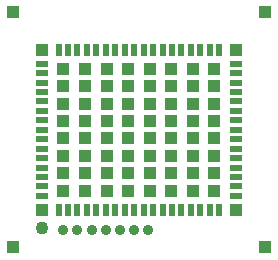
<source format=gbr>
%MOMM*%
%FSDAN2X34Y34*%
%AMROTREC*4,1,5,$1,$2,$3,$4,$5,$6,$7,$8,$9,$10,$11,$12,$13*%
%ADD10C,0.0254000*%
%ADD11C,0.1500000*%
%ADD12C,0.7200000*%
%ADD13C,0.8000000*%
%ADD14C,0.9000000*%
%ADD15C,1.0000000*%
%ADD16C,1.1000000*%
%ADD17R,0.9200000X0.4200000*%
%ADD18R,1.0000000X0.5000000*%
%ADD19R,1.1000000X0.6000000*%
%ADD20R,0.4200000X0.9200000*%
%ADD21R,0.5000000X1.0000000*%
%ADD22R,0.9000000X1.0000000*%
%ADD23R,1.0000000X1.0000000*%
%ADD24R,0.6000000X1.1000000*%
%ADD25R,1.0000000X1.1000000*%
%ADD26R,1.1000000X1.1000000*%
%ADD27R,14.0000000X11.5000000*%
G90*G71*G01*D02*G54D24*X-0004000Y-0067800D03*X0004000D03*X0012000D03*
X-0012000D03*X-0020000D03*X0020000D03*X-0028000D03*X0028000D03*X0036000D03*
X-0036000D03*X-0044000D03*X-0052000D03*X-0060000D03*X-0068000D03*X0044000D03*
X0052000D03*X0060000D03*X0068000D03*X-0004000Y0067800D03*X0004000D03*
X0012000D03*X0020000D03*X0028000D03*X0036000D03*X0044000D03*X0052000D03*
X0060000D03*X0068000D03*X-0012000D03*X-0020000D03*X-0028000D03*X-0036000D03*
X-0044000D03*X-0052000D03*X-0060000D03*X-0068000D03*G54D19*
X-0081800Y-0056000D03*Y-0048000D03*Y-0040000D03*Y-0032000D03*Y-0024000D03*
Y-0016000D03*Y-0008000D03*Y0000000D03*Y0008000D03*Y0016000D03*Y0024000D03*
Y0032000D03*Y0040000D03*Y0048000D03*Y0056000D03*X0081800D03*Y0048000D03*
Y0040000D03*Y0032000D03*Y0024000D03*Y0016000D03*Y0008000D03*Y0000000D03*
Y-0008000D03*Y-0016000D03*Y-0024000D03*Y-0032000D03*Y-0040000D03*Y-0048000D03*
Y-0056000D03*G54D25*X-0107000Y0099500D03*G54D26*X-0081800Y0067800D03*
X0081800D03*X-0081800Y-0067800D03*X0081800D03*G54D25*X0107000Y0099500D03*
Y-0099500D03*X-0107000D03*G54D26*X-0063875Y-0051625D03*Y-0036875D03*
Y-0022125D03*Y-0007375D03*Y0007375D03*Y0022125D03*Y0036875D03*Y0051625D03*
X-0045625D03*Y0036875D03*Y0022125D03*Y0007375D03*Y-0007375D03*Y-0022125D03*
Y-0036875D03*Y-0051625D03*X-0027375D03*X-0009125D03*X0009125D03*X0027375D03*
X-0027375Y-0036875D03*X-0009125D03*X0009125D03*X-0027375Y-0022125D03*
X-0009125D03*X0009125D03*X0027375D03*Y-0036875D03*X0045625Y-0051625D03*
X0063875D03*X0045625Y-0036875D03*X0063875D03*X0045625Y-0022125D03*X0063875D03*
Y-0007375D03*X0045625D03*X0063875Y0007375D03*X0045625D03*X0027375Y-0007375D03*
X0009125D03*X-0009125D03*X-0027375D03*Y0007375D03*X-0009125D03*X0009125D03*
X0027375D03*X-0027375Y0022125D03*Y0036875D03*Y0051625D03*X-0009125D03*
Y0036875D03*Y0022125D03*X0009125D03*Y0036875D03*Y0051625D03*X0027375Y0022125D03*
Y0036875D03*Y0051625D03*X0045625D03*Y0036875D03*Y0022125D03*X0063875D03*
Y0036875D03*Y0051625D03*G54D16*X-0081800Y-0082800D03*G54D14*
X-0064000Y-0084800D03*X-0052000D03*X-0040000D03*X-0028000D03*X-0016000D03*
X-0004000D03*X0008000D03*M02*

</source>
